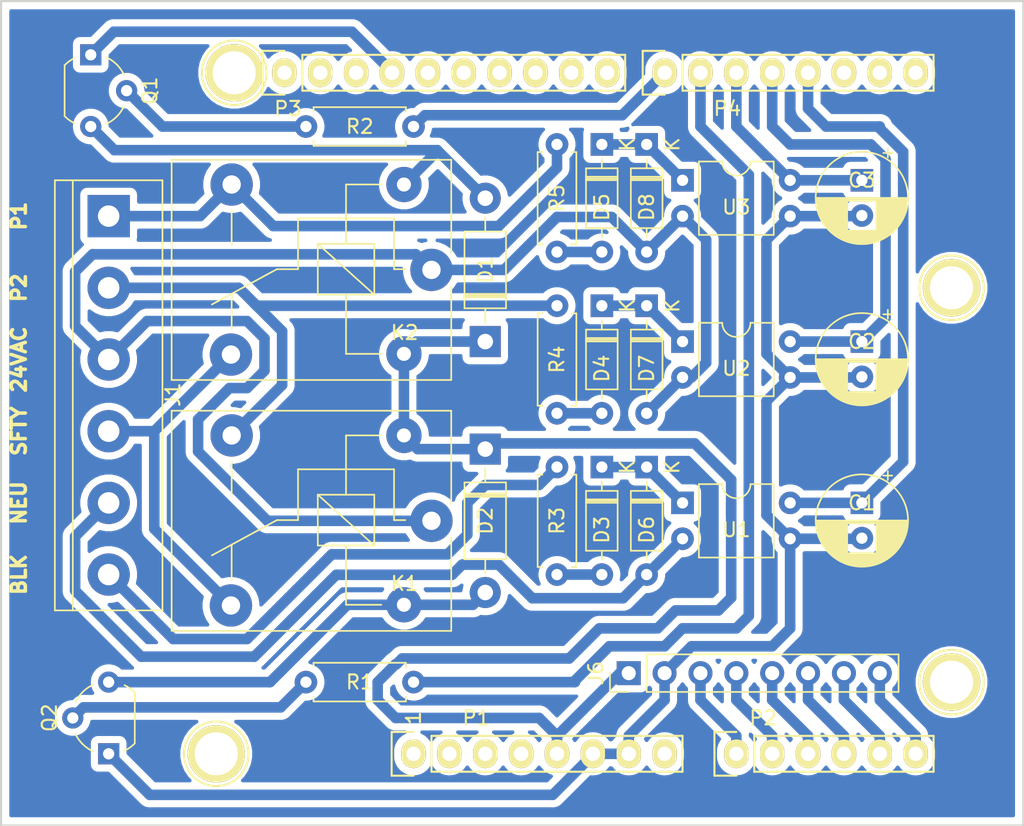
<source format=kicad_pcb>
(kicad_pcb (version 20171130) (host pcbnew 5.1.6-1.fc32)
  (title_block (date "lun. 30 mars 2015"))
  (layers (0 F.Cu signal hide) (31 B.Cu signal) (34 B.Paste user hide) (35 F.Paste user hide) (36 B.SilkS user hide) (37 F.SilkS user) (38 B.Mask user hide) (39 F.Mask user hide) (44 Edge.Cuts user))
  (net 0 "")
  (net 1 /IOREF)
  (net 2 +5V)
  (net 3 GND)
  (net 4 /Vin)
  (net 5 /A3)
  (net 6 /AREF)
  (net 7 "/A4(SDA)")
  (net 8 "/A5(SCL)")
  (net 9 "/9(**)")
  (net 10 /8)
  (net 11 /7)
  (net 12 "/6(**)")
  (net 13 "/5(**)")
  (net 14 /4)
  (net 15 "/3(**)")
  (net 16 /2)
  (net 17 "/1(Tx)")
  (net 18 "/0(Rx)")
  (net 19 "Net-(P5-Pad1)")
  (net 20 "Net-(P6-Pad1)")
  (net 21 "Net-(P7-Pad1)")
  (net 22 "Net-(P8-Pad1)")
  (net 23 "/13(SCK)")
  (net 24 "/10(**/SS)")
  (net 25 "Net-(P1-Pad1)")
  (net 26 +3V3)
  (net 27 "/12(MISO)")
  (net 28 "/11(**/MOSI)")
  (net 29 "Net-(D1-Pad2)")
  (net 30 "Net-(D2-Pad2)")
  (net 31 /24VAC)
  (net 32 /Price2)
  (net 33 /Price1)
  (net 34 /block)
  (net 35 "Net-(D3-Pad1)")
  (net 36 "Net-(D4-Pad1)")
  (net 37 "Net-(D5-Pad1)")
  (net 38 /24VACNeutral)
  (net 39 "Net-(Q1-Pad2)")
  (net 40 "Net-(Q2-Pad2)")
  (net 41 "Net-(P1-Pad3)")
  (net 42 "Net-(P3-Pad1)")
  (net 43 "Net-(P3-Pad2)")
  (net 44 /A0)
  (net 45 "Net-(D3-Pad2)")
  (net 46 "Net-(D4-Pad2)")
  (net 47 "Net-(D5-Pad2)")
  (net 48 /A1)
  (net 49 /A2)
  (net 50 /Safety)
  (module Relay_THT:Relay_SPDT_SANYOU_SRD_Series_Form_C (layer F.Cu) (at 140.208 89.535 180)
    (fp_text reference K2 (at 1.905 -4.445) (layer F.SilkS))
    (fp_text value SANYOU_SRD_Form_C)
    (pad 2 thru_hole circle (at 1.95 6.05 270) (size 2.5 2.5) (drill 1) (layers *.Cu *.Mask) (net 29 "Net-(D1-Pad2)"))
    (pad 3 thru_hole circle (at 14.15 6.05 270) (size 3 3) (drill 1.3) (layers *.Cu *.Mask) (net 33 /Price1))
    (pad 4 thru_hole circle (at 14.2 -6 270) (size 3 3) (drill 1.3) (layers *.Cu *.Mask) (net 50 /Safety))
    (pad 5 thru_hole circle (at 1.95 -5.95 270) (size 2.5 2.5) (drill 1) (layers *.Cu *.Mask) (net 2 +5V))
    (pad 1 thru_hole circle (at 0 0 270) (size 3 3) (drill 1.3) (layers *.Cu *.Mask) (net 31 /24VAC))
  )
  (module Diode_THT:D_DO-35_SOD27_P7.62mm_Horizontal (layer F.Cu) (at 155.448 80.645 270)
    (fp_text reference D8 (at 4.445 0 90) (layer F.SilkS))
    (fp_text value 1N4148)
    (fp_text user K (at 0 -1.8 90) (layer F.SilkS))
    (pad 2 thru_hole oval (at 7.62 0 270) (size 1.6 1.6) (drill 0.8) (layers *.Cu *.Mask) (net 31 /24VAC))
    (pad 1 thru_hole rect (at 0 0 270) (size 1.6 1.6) (drill 0.8) (layers *.Cu *.Mask) (net 37 "Net-(D5-Pad1)"))
  )
  (module Package_TO_SOT_THT:TO-92_Wide (layer F.Cu) (at 117.348 123.825 90)
    (fp_text reference Q2 (at 2.55 -4.19 90) (layer F.SilkS))
    (fp_text value 2N2219)
    (pad 1 thru_hole rect (at 0 0 180) (size 1.5 1.5) (drill 0.8) (layers *.Cu *.Mask) (net 3 GND))
    (pad 3 thru_hole circle (at 5.08 0 180) (size 1.5 1.5) (drill 0.8) (layers *.Cu *.Mask) (net 30 "Net-(D2-Pad2)"))
    (pad 2 thru_hole circle (at 2.54 -2.54 180) (size 1.5 1.5) (drill 0.8) (layers *.Cu *.Mask) (net 40 "Net-(Q2-Pad2)"))
  )
  (module Package_TO_SOT_THT:TO-92_Wide (layer F.Cu) (at 116.078 74.295 270)
    (fp_text reference Q1 (at 2.55 -4.19 90) (layer F.SilkS))
    (fp_text value 2N2219)
    (pad 1 thru_hole rect (at 0 0) (size 1.5 1.5) (drill 0.8) (layers *.Cu *.Mask) (net 3 GND))
    (pad 3 thru_hole circle (at 5.08 0) (size 1.5 1.5) (drill 0.8) (layers *.Cu *.Mask) (net 29 "Net-(D1-Pad2)"))
    (pad 2 thru_hole circle (at 2.54 -2.54) (size 1.5 1.5) (drill 0.8) (layers *.Cu *.Mask) (net 39 "Net-(Q1-Pad2)"))
  )
  (module Diode_THT:D_DO-35_SOD27_P7.62mm_Horizontal (layer F.Cu) (at 155.448 103.505 270)
    (fp_text reference D6 (at 4.445 0 90) (layer F.SilkS))
    (fp_text value 1N4148)
    (fp_text user K (at 0 -1.8 90) (layer F.SilkS))
    (pad 2 thru_hole oval (at 7.62 0 270) (size 1.6 1.6) (drill 0.8) (layers *.Cu *.Mask) (net 38 /24VACNeutral))
    (pad 1 thru_hole rect (at 0 0 270) (size 1.6 1.6) (drill 0.8) (layers *.Cu *.Mask) (net 35 "Net-(D3-Pad1)"))
  )
  (module Diode_THT:D_DO-35_SOD27_P7.62mm_Horizontal (layer F.Cu) (at 152.273 103.505 270)
    (fp_text reference D3 (at 4.445 0 90) (layer F.SilkS))
    (fp_text value 1N4148)
    (fp_text user K (at 0 -1.8 90) (layer F.SilkS))
    (pad 2 thru_hole oval (at 7.62 0 270) (size 1.6 1.6) (drill 0.8) (layers *.Cu *.Mask) (net 45 "Net-(D3-Pad2)"))
    (pad 1 thru_hole rect (at 0 0 270) (size 1.6 1.6) (drill 0.8) (layers *.Cu *.Mask) (net 35 "Net-(D3-Pad1)"))
  )
  (module Resistor_THT:R_Axial_DIN0207_L6.3mm_D2.5mm_P7.62mm_Horizontal (layer F.Cu) (at 149.098 88.265 90)
    (fp_text reference R5 (at 3.81 0 90) (layer F.SilkS))
    (fp_text value 10k)
    (pad 2 thru_hole oval (at 7.62 0 90) (size 1.6 1.6) (drill 0.8) (layers *.Cu *.Mask) (net 33 /Price1))
    (pad 1 thru_hole circle (at 0 0 90) (size 1.6 1.6) (drill 0.8) (layers *.Cu *.Mask) (net 47 "Net-(D5-Pad2)"))
  )
  (module Resistor_THT:R_Axial_DIN0207_L6.3mm_D2.5mm_P7.62mm_Horizontal (layer F.Cu) (at 149.098 99.695 90)
    (fp_text reference R4 (at 3.81 0 90) (layer F.SilkS))
    (fp_text value 10k)
    (pad 2 thru_hole oval (at 7.62 0 90) (size 1.6 1.6) (drill 0.8) (layers *.Cu *.Mask) (net 32 /Price2))
    (pad 1 thru_hole circle (at 0 0 90) (size 1.6 1.6) (drill 0.8) (layers *.Cu *.Mask) (net 46 "Net-(D4-Pad2)"))
  )
  (module Resistor_THT:R_Axial_DIN0207_L6.3mm_D2.5mm_P7.62mm_Horizontal (layer F.Cu) (at 149.098 111.125 90)
    (fp_text reference R3 (at 3.81 0 90) (layer F.SilkS))
    (fp_text value 10k)
    (pad 2 thru_hole oval (at 7.62 0 90) (size 1.6 1.6) (drill 0.8) (layers *.Cu *.Mask) (net 34 /block))
    (pad 1 thru_hole circle (at 0 0 90) (size 1.6 1.6) (drill 0.8) (layers *.Cu *.Mask) (net 45 "Net-(D3-Pad2)"))
  )
  (module Resistor_THT:R_Axial_DIN0207_L6.3mm_D2.5mm_P7.62mm_Horizontal (layer F.Cu) (at 138.938 79.375 180)
    (fp_text reference R2 (at 3.81 0) (layer F.SilkS))
    (fp_text value 10k)
    (pad 2 thru_hole oval (at 7.62 0 180) (size 1.6 1.6) (drill 0.8) (layers *.Cu *.Mask) (net 39 "Net-(Q1-Pad2)"))
    (pad 1 thru_hole circle (at 0 0 180) (size 1.6 1.6) (drill 0.8) (layers *.Cu *.Mask) (net 11 /7))
  )
  (module Resistor_THT:R_Axial_DIN0207_L6.3mm_D2.5mm_P7.62mm_Horizontal (layer F.Cu) (at 138.938 118.745 180)
    (fp_text reference R1 (at 3.81 0) (layer F.SilkS))
    (fp_text value 10k)
    (pad 2 thru_hole oval (at 7.62 0 180) (size 1.6 1.6) (drill 0.8) (layers *.Cu *.Mask) (net 40 "Net-(Q2-Pad2)"))
    (pad 1 thru_hole circle (at 0 0 180) (size 1.6 1.6) (drill 0.8) (layers *.Cu *.Mask) (net 12 "/6(**)"))
  )
  (module Diode_THT:D_DO-35_SOD27_P7.62mm_Horizontal (layer F.Cu) (at 155.448 92.075 270)
    (fp_text reference D7 (at 4.445 0 90) (layer F.SilkS))
    (fp_text value 1N4148)
    (fp_text user K (at 0 -1.8 90) (layer F.SilkS))
    (pad 2 thru_hole oval (at 7.62 0 270) (size 1.6 1.6) (drill 0.8) (layers *.Cu *.Mask) (net 31 /24VAC))
    (pad 1 thru_hole rect (at 0 0 270) (size 1.6 1.6) (drill 0.8) (layers *.Cu *.Mask) (net 36 "Net-(D4-Pad1)"))
  )
  (module Diode_THT:D_DO-35_SOD27_P7.62mm_Horizontal (layer F.Cu) (at 152.273 80.645 270)
    (fp_text reference D5 (at 4.445 0 90) (layer F.SilkS))
    (fp_text value 1N4148)
    (fp_text user K (at 0 -1.8 90) (layer F.SilkS))
    (pad 2 thru_hole oval (at 7.62 0 270) (size 1.6 1.6) (drill 0.8) (layers *.Cu *.Mask) (net 47 "Net-(D5-Pad2)"))
    (pad 1 thru_hole rect (at 0 0 270) (size 1.6 1.6) (drill 0.8) (layers *.Cu *.Mask) (net 37 "Net-(D5-Pad1)"))
  )
  (module Diode_THT:D_DO-35_SOD27_P7.62mm_Horizontal (layer F.Cu) (at 152.273 92.075 270)
    (fp_text reference D4 (at 4.445 0 90) (layer F.SilkS))
    (fp_text value 1N4148)
    (fp_text user K (at 0 -1.8 90) (layer F.SilkS))
    (pad 2 thru_hole oval (at 7.62 0 270) (size 1.6 1.6) (drill 0.8) (layers *.Cu *.Mask) (net 46 "Net-(D4-Pad2)"))
    (pad 1 thru_hole rect (at 0 0 270) (size 1.6 1.6) (drill 0.8) (layers *.Cu *.Mask) (net 36 "Net-(D4-Pad1)"))
  )
  (module TerminalBlock:TerminalBlock_bornier-6_P5.08mm (layer F.Cu) (at 117.348 85.725 270)
    (fp_text reference J1 (at 12.65 -4.55 90) (layer F.SilkS))
    (fp_text value Conn_01x06)
    (pad 6 thru_hole circle (at 25.4 0 270) (size 3 3) (drill 1.52) (layers *.Cu *.Mask) (net 34 /block))
    (pad 5 thru_hole circle (at 20.32 0 270) (size 3 3) (drill 1.52) (layers *.Cu *.Mask) (net 38 /24VACNeutral))
    (pad 4 thru_hole circle (at 15.24 0 270) (size 3 3) (drill 1.52) (layers *.Cu *.Mask) (net 50 /Safety))
    (pad 1 thru_hole rect (at 0 0 270) (size 3 3) (drill 1.52) (layers *.Cu *.Mask) (net 33 /Price1))
    (pad 3 thru_hole circle (at 10.16 0 270) (size 3 3) (drill 1.52) (layers *.Cu *.Mask) (net 31 /24VAC))
    (pad 2 thru_hole circle (at 5.08 0 270) (size 3 3) (drill 1.52) (layers *.Cu *.Mask) (net 32 /Price2))
  )
  (module Connector_PinHeader_2.54mm:PinHeader_1x08_P2.54mm_Vertical (layer F.Cu) (at 154.178 118.11 90)
    (fp_text reference J6 (at 0 -2.33 90) (layer F.SilkS))
    (fp_text value Conn_01x08)
    (pad 8 thru_hole oval (at 0 17.78 90) (size 1.7 1.7) (drill 1) (layers *.Cu *.Mask) (net 8 "/A5(SCL)"))
    (pad 7 thru_hole oval (at 0 15.24 90) (size 1.7 1.7) (drill 1) (layers *.Cu *.Mask) (net 7 "/A4(SDA)"))
    (pad 6 thru_hole oval (at 0 12.7 90) (size 1.7 1.7) (drill 1) (layers *.Cu *.Mask) (net 5 /A3))
    (pad 5 thru_hole oval (at 0 10.16 90) (size 1.7 1.7) (drill 1) (layers *.Cu *.Mask) (net 49 /A2))
    (pad 4 thru_hole oval (at 0 7.62 90) (size 1.7 1.7) (drill 1) (layers *.Cu *.Mask) (net 48 /A1))
    (pad 3 thru_hole oval (at 0 5.08 90) (size 1.7 1.7) (drill 1) (layers *.Cu *.Mask) (net 44 /A0))
    (pad 2 thru_hole oval (at 0 2.54 90) (size 1.7 1.7) (drill 1) (layers *.Cu *.Mask) (net 3 GND))
    (pad 1 thru_hole rect (at 0 0 90) (size 1.7 1.7) (drill 1) (layers *.Cu *.Mask) (net 2 +5V))
  )
  (module Capacitor_THT:CP_Radial_D6.3mm_P2.50mm (layer F.Cu) (at 170.688 83.185 270)
    (fp_text reference C3 (at 0 0 180) (layer F.SilkS))
    (fp_text value 4.7u)
    (pad 1 thru_hole rect (at 0 0 270) (size 1.6 1.6) (drill 0.8) (layers *.Cu *.Mask) (net 13 "/5(**)"))
    (pad 2 thru_hole circle (at 2.5 0 270) (size 1.6 1.6) (drill 0.8) (layers *.Cu *.Mask) (net 3 GND))
  )
  (module Capacitor_THT:CP_Radial_D6.3mm_P2.50mm (layer F.Cu) (at 170.688 94.615 270)
    (fp_text reference C2 (at 0 0 180) (layer F.SilkS))
    (fp_text value 4.7u)
    (pad 1 thru_hole rect (at 0 0 270) (size 1.6 1.6) (drill 0.8) (layers *.Cu *.Mask) (net 14 /4))
    (pad 2 thru_hole circle (at 2.5 0 270) (size 1.6 1.6) (drill 0.8) (layers *.Cu *.Mask) (net 3 GND))
  )
  (module Capacitor_THT:CP_Radial_D6.3mm_P2.50mm (layer F.Cu) (at 170.688 106.045 270)
    (fp_text reference C1 (at 0 0 180) (layer F.SilkS))
    (fp_text value 4.7u)
    (pad 1 thru_hole rect (at 0 0 270) (size 1.6 1.6) (drill 0.8) (layers *.Cu *.Mask) (net 15 "/3(**)"))
    (pad 2 thru_hole circle (at 2.5 0 270) (size 1.6 1.6) (drill 0.8) (layers *.Cu *.Mask) (net 3 GND))
  )
  (module Package_DIP:DIP-4_W7.62mm (layer F.Cu) (at 157.988 83.185)
    (fp_text reference U3 (at 3.81 1.905) (layer F.SilkS))
    (fp_text value PC817)
    (pad 1 thru_hole rect (at 0 0) (size 1.6 1.6) (drill 0.8) (layers *.Cu *.Mask) (net 37 "Net-(D5-Pad1)"))
    (pad 3 thru_hole oval (at 7.62 2.54) (size 1.6 1.6) (drill 0.8) (layers *.Cu *.Mask) (net 3 GND))
    (pad 2 thru_hole oval (at 0 2.54) (size 1.6 1.6) (drill 0.8) (layers *.Cu *.Mask) (net 31 /24VAC))
    (pad 4 thru_hole oval (at 7.62 0) (size 1.6 1.6) (drill 0.8) (layers *.Cu *.Mask) (net 13 "/5(**)"))
  )
  (module Package_DIP:DIP-4_W7.62mm (layer F.Cu) (at 157.988 94.615)
    (fp_text reference U2 (at 3.81 1.905) (layer F.SilkS))
    (fp_text value PC817)
    (pad 1 thru_hole rect (at 0 0) (size 1.6 1.6) (drill 0.8) (layers *.Cu *.Mask) (net 36 "Net-(D4-Pad1)"))
    (pad 3 thru_hole oval (at 7.62 2.54) (size 1.6 1.6) (drill 0.8) (layers *.Cu *.Mask) (net 3 GND))
    (pad 2 thru_hole oval (at 0 2.54) (size 1.6 1.6) (drill 0.8) (layers *.Cu *.Mask) (net 31 /24VAC))
    (pad 4 thru_hole oval (at 7.62 0) (size 1.6 1.6) (drill 0.8) (layers *.Cu *.Mask) (net 14 /4))
  )
  (module Package_DIP:DIP-4_W7.62mm (layer F.Cu) (at 157.988 106.045)
    (fp_text reference U1 (at 3.81 1.905) (layer F.SilkS))
    (fp_text value PC817)
    (pad 1 thru_hole rect (at 0 0) (size 1.6 1.6) (drill 0.8) (layers *.Cu *.Mask) (net 35 "Net-(D3-Pad1)"))
    (pad 3 thru_hole oval (at 7.62 2.54) (size 1.6 1.6) (drill 0.8) (layers *.Cu *.Mask) (net 3 GND))
    (pad 2 thru_hole oval (at 0 2.54) (size 1.6 1.6) (drill 0.8) (layers *.Cu *.Mask) (net 38 /24VACNeutral))
    (pad 4 thru_hole oval (at 7.62 0) (size 1.6 1.6) (drill 0.8) (layers *.Cu *.Mask) (net 15 "/3(**)"))
  )
  (module Diode_THT:D_DO-41_SOD81_P10.16mm_Horizontal (layer F.Cu) (at 144.018 102.235 270)
    (fp_text reference D2 (at 5.08 0 90) (layer F.SilkS))
    (fp_text value 1N4001)
    (pad 1 thru_hole rect (at 0 0 270) (size 2.2 2.2) (drill 1.1) (layers *.Cu *.Mask) (net 2 +5V))
    (pad 2 thru_hole oval (at 10.16 0 270) (size 2.2 2.2) (drill 1.1) (layers *.Cu *.Mask) (net 30 "Net-(D2-Pad2)"))
  )
  (module Diode_THT:D_DO-41_SOD81_P10.16mm_Horizontal (layer F.Cu) (at 144.018 94.615 90)
    (fp_text reference D1 (at 5.08 0 90) (layer F.SilkS))
    (fp_text value 1N4001)
    (pad 1 thru_hole rect (at 0 0 90) (size 2.2 2.2) (drill 1.1) (layers *.Cu *.Mask) (net 2 +5V))
    (pad 2 thru_hole oval (at 10.16 0 90) (size 2.2 2.2) (drill 1.1) (layers *.Cu *.Mask) (net 29 "Net-(D1-Pad2)"))
  )
  (module Relay_THT:Relay_SPDT_SANYOU_SRD_Series_Form_C (layer F.Cu) (at 140.208 107.315 180)
    (fp_text reference K1 (at 1.905 -4.445) (layer F.SilkS))
    (fp_text value SANYOU_SRD_Form_C)
    (pad 2 thru_hole circle (at 1.95 6.05 270) (size 2.5 2.5) (drill 1) (layers *.Cu *.Mask) (net 2 +5V))
    (pad 3 thru_hole circle (at 14.15 6.05 270) (size 3 3) (drill 1.3) (layers *.Cu *.Mask) (net 32 /Price2))
    (pad 4 thru_hole circle (at 14.2 -6 270) (size 3 3) (drill 1.3) (layers *.Cu *.Mask) (net 50 /Safety))
    (pad 5 thru_hole circle (at 1.95 -5.95 270) (size 2.5 2.5) (drill 1) (layers *.Cu *.Mask) (net 30 "Net-(D2-Pad2)"))
    (pad 1 thru_hole circle (at 0 0 270) (size 3 3) (drill 1.3) (layers *.Cu *.Mask) (net 31 /24VAC))
  )
  (module Socket_Arduino_Uno:Socket_Strip_Arduino_1x08 (layer F.Cu) (at 138.938 123.825)
    (fp_text reference P1 (at 4.445 -2.54) (layer F.SilkS))
    (fp_text value Power)
    (pad 1 thru_hole oval (at 0 0) (size 1.7272 2.032) (drill 1.016) (layers *.Cu *.Mask F.SilkS) (net 25 "Net-(P1-Pad1)"))
    (pad 2 thru_hole oval (at 2.54 0) (size 1.7272 2.032) (drill 1.016) (layers *.Cu *.Mask F.SilkS) (net 1 /IOREF))
    (pad 3 thru_hole oval (at 5.08 0) (size 1.7272 2.032) (drill 1.016) (layers *.Cu *.Mask F.SilkS) (net 41 "Net-(P1-Pad3)"))
    (pad 4 thru_hole oval (at 7.62 0) (size 1.7272 2.032) (drill 1.016) (layers *.Cu *.Mask F.SilkS) (net 26 +3V3))
    (pad 5 thru_hole oval (at 10.16 0) (size 1.7272 2.032) (drill 1.016) (layers *.Cu *.Mask F.SilkS) (net 2 +5V))
    (pad 6 thru_hole oval (at 12.7 0) (size 1.7272 2.032) (drill 1.016) (layers *.Cu *.Mask F.SilkS) (net 3 GND))
    (pad 7 thru_hole oval (at 15.24 0) (size 1.7272 2.032) (drill 1.016) (layers *.Cu *.Mask F.SilkS) (net 3 GND))
    (pad 8 thru_hole oval (at 17.78 0) (size 1.7272 2.032) (drill 1.016) (layers *.Cu *.Mask F.SilkS) (net 4 /Vin))
  )
  (module Socket_Arduino_Uno:Socket_Strip_Arduino_1x06 (layer F.Cu) (at 161.798 123.825)
    (fp_text reference P2 (at 1.905 -2.54) (layer F.SilkS))
    (fp_text value Analog)
    (pad 1 thru_hole oval (at 0 0) (size 1.7272 2.032) (drill 1.016) (layers *.Cu *.Mask F.SilkS) (net 44 /A0))
    (pad 2 thru_hole oval (at 2.54 0) (size 1.7272 2.032) (drill 1.016) (layers *.Cu *.Mask F.SilkS) (net 48 /A1))
    (pad 3 thru_hole oval (at 5.08 0) (size 1.7272 2.032) (drill 1.016) (layers *.Cu *.Mask F.SilkS) (net 49 /A2))
    (pad 4 thru_hole oval (at 7.62 0) (size 1.7272 2.032) (drill 1.016) (layers *.Cu *.Mask F.SilkS) (net 5 /A3))
    (pad 5 thru_hole oval (at 10.16 0) (size 1.7272 2.032) (drill 1.016) (layers *.Cu *.Mask F.SilkS) (net 7 "/A4(SDA)"))
    (pad 6 thru_hole oval (at 12.7 0) (size 1.7272 2.032) (drill 1.016) (layers *.Cu *.Mask F.SilkS) (net 8 "/A5(SCL)"))
  )
  (module Socket_Arduino_Uno:Socket_Strip_Arduino_1x10 (layer F.Cu) (at 129.794 75.565)
    (fp_text reference P3 (at 0.254 2.54) (layer F.SilkS))
    (fp_text value Digital)
    (pad 1 thru_hole oval (at 0 0) (size 1.7272 2.032) (drill 1.016) (layers *.Cu *.Mask F.SilkS) (net 42 "Net-(P3-Pad1)"))
    (pad 2 thru_hole oval (at 2.54 0) (size 1.7272 2.032) (drill 1.016) (layers *.Cu *.Mask F.SilkS) (net 43 "Net-(P3-Pad2)"))
    (pad 3 thru_hole oval (at 5.08 0) (size 1.7272 2.032) (drill 1.016) (layers *.Cu *.Mask F.SilkS) (net 6 /AREF))
    (pad 4 thru_hole oval (at 7.62 0) (size 1.7272 2.032) (drill 1.016) (layers *.Cu *.Mask F.SilkS) (net 3 GND))
    (pad 5 thru_hole oval (at 10.16 0) (size 1.7272 2.032) (drill 1.016) (layers *.Cu *.Mask F.SilkS) (net 23 "/13(SCK)"))
    (pad 6 thru_hole oval (at 12.7 0) (size 1.7272 2.032) (drill 1.016) (layers *.Cu *.Mask F.SilkS) (net 27 "/12(MISO)"))
    (pad 7 thru_hole oval (at 15.24 0) (size 1.7272 2.032) (drill 1.016) (layers *.Cu *.Mask F.SilkS) (net 28 "/11(**/MOSI)"))
    (pad 8 thru_hole oval (at 17.78 0) (size 1.7272 2.032) (drill 1.016) (layers *.Cu *.Mask F.SilkS) (net 24 "/10(**/SS)"))
    (pad 9 thru_hole oval (at 20.32 0) (size 1.7272 2.032) (drill 1.016) (layers *.Cu *.Mask F.SilkS) (net 9 "/9(**)"))
    (pad 10 thru_hole oval (at 22.86 0) (size 1.7272 2.032) (drill 1.016) (layers *.Cu *.Mask F.SilkS) (net 10 /8))
  )
  (module Socket_Arduino_Uno:Socket_Strip_Arduino_1x08 (layer F.Cu) (at 156.718 75.565)
    (fp_text reference P4 (at 4.445 2.54) (layer F.SilkS))
    (fp_text value Digital)
    (pad 1 thru_hole oval (at 0 0) (size 1.7272 2.032) (drill 1.016) (layers *.Cu *.Mask F.SilkS) (net 11 /7))
    (pad 2 thru_hole oval (at 2.54 0) (size 1.7272 2.032) (drill 1.016) (layers *.Cu *.Mask F.SilkS) (net 12 "/6(**)"))
    (pad 3 thru_hole oval (at 5.08 0) (size 1.7272 2.032) (drill 1.016) (layers *.Cu *.Mask F.SilkS) (net 13 "/5(**)"))
    (pad 4 thru_hole oval (at 7.62 0) (size 1.7272 2.032) (drill 1.016) (layers *.Cu *.Mask F.SilkS) (net 14 /4))
    (pad 5 thru_hole oval (at 10.16 0) (size 1.7272 2.032) (drill 1.016) (layers *.Cu *.Mask F.SilkS) (net 15 "/3(**)"))
    (pad 6 thru_hole oval (at 12.7 0) (size 1.7272 2.032) (drill 1.016) (layers *.Cu *.Mask F.SilkS) (net 16 /2))
    (pad 7 thru_hole oval (at 15.24 0) (size 1.7272 2.032) (drill 1.016) (layers *.Cu *.Mask F.SilkS) (net 17 "/1(Tx)"))
    (pad 8 thru_hole oval (at 17.78 0) (size 1.7272 2.032) (drill 1.016) (layers *.Cu *.Mask F.SilkS) (net 18 "/0(Rx)"))
  )
  (module Socket_Arduino_Uno:Arduino_1pin (layer F.Cu) (at 124.968 123.825)
    (fp_text reference P5 hide)
    (fp_text value CONN_01X01 hide)
    (pad 1 thru_hole circle (at 0 0) (size 4.064 4.064) (drill 3.048) (layers *.Cu *.Mask F.SilkS) (net 19 "Net-(P5-Pad1)"))
  )
  (module Socket_Arduino_Uno:Arduino_1pin (layer F.Cu) (at 177.038 118.745)
    (fp_text reference P6 hide)
    (fp_text value CONN_01X01 hide)
    (pad 1 thru_hole circle (at 0 0) (size 4.064 4.064) (drill 3.048) (layers *.Cu *.Mask F.SilkS) (net 20 "Net-(P6-Pad1)"))
  )
  (module Socket_Arduino_Uno:Arduino_1pin (layer F.Cu) (at 126.238 75.565)
    (fp_text reference P7 hide)
    (fp_text value CONN_01X01 hide)
    (pad 1 thru_hole circle (at 0 0) (size 4.064 4.064) (drill 3.048) (layers *.Cu *.Mask F.SilkS) (net 21 "Net-(P7-Pad1)"))
  )
  (module Socket_Arduino_Uno:Arduino_1pin (layer F.Cu) (at 177.038 90.805)
    (fp_text reference P8 hide)
    (fp_text value CONN_01X01 hide)
    (pad 1 thru_hole circle (at 0 0) (size 4.064 4.064) (drill 3.048) (layers *.Cu *.Mask F.SilkS) (net 22 "Net-(P8-Pad1)"))
  )
  (gr_text SFTY (at 110.998 100.965 90) (layer F.SilkS) (effects (font (size 1 1) (thickness 0.25))))
  (gr_text NEU (at 110.998 106.045 90) (layer F.SilkS) (effects (font (size 1 1) (thickness 0.25))))
  (gr_text BLK (at 110.998 111.125 90) (layer F.SilkS) (effects (font (size 1 1) (thickness 0.25))))
  (gr_text P2 (at 110.998 90.805 90) (layer F.SilkS) (effects (font (size 1 1) (thickness 0.25))))
  (gr_text 24VAC (at 110.998 95.885 90) (layer F.SilkS) (effects (font (size 1 1) (thickness 0.25))))
  (gr_text P1 (at 110.998 85.725 90) (layer F.SilkS) (effects (font (size 1 1) (thickness 0.25))))
  (gr_text 1 (at 138.938 121.285 90) (layer F.SilkS) (effects (font (size 1 1))))
  (gr_line (start 182.118 128.905) (end 182.118 70.485) (angle 90) (layer Edge.Cuts) (width 0.15))
  (gr_line (start 109.728 128.905) (end 182.118 128.905) (angle 90) (layer Edge.Cuts) (width 0.15))
  (gr_line (start 109.728 70.485) (end 109.728 128.905) (angle 90) (layer Edge.Cuts) (width 0.15))
  (gr_line (start 182.118 70.485) (end 109.728 70.485) (angle 90) (layer Edge.Cuts) (width 0.15))
  (segment (start 153.543 118.11) (end 154.178 118.11) (width 0.75) (layer B.Cu) (net 2))
  (segment (start 149.098 122.555) (end 153.543 118.11) (width 0.75) (layer B.Cu) (net 2))
  (segment (start 139.128 94.615) (end 138.258 95.485) (width 0.75) (layer B.Cu) (net 2))
  (segment (start 144.018 94.615) (end 139.128 94.615) (width 0.75) (layer B.Cu) (net 2))
  (segment (start 139.228 102.235) (end 138.258 101.265) (width 0.75) (layer B.Cu) (net 2))
  (segment (start 144.018 102.235) (end 139.228 102.235) (width 0.75) (layer B.Cu) (net 2))
  (segment (start 138.258 95.485) (end 138.258 101.265) (width 0.75) (layer B.Cu) (net 2))
  (segment (start 149.098 122.555) (end 149.098 123.825) (width 0.75) (layer B.Cu) (net 2))
  (segment (start 137.668 121.285) (end 136.398 120.015) (width 0.75) (layer B.Cu) (net 2))
  (segment (start 147.828 121.285) (end 137.668 121.285) (width 0.75) (layer B.Cu) (net 2))
  (segment (start 149.098 122.555) (end 147.828 121.285) (width 0.75) (layer B.Cu) (net 2))
  (segment (start 136.398 120.015) (end 136.398 118.745) (width 0.75) (layer B.Cu) (net 2))
  (segment (start 136.398 118.745) (end 137.668 117.475) (width 0.75) (layer B.Cu) (net 2))
  (segment (start 138.133999 117.069999) (end 149.962999 117.069999) (width 0.75) (layer B.Cu) (net 2))
  (segment (start 137.728998 117.475) (end 138.133999 117.069999) (width 0.75) (layer B.Cu) (net 2))
  (segment (start 137.668 117.475) (end 137.728998 117.475) (width 0.75) (layer B.Cu) (net 2))
  (segment (start 149.962999 117.069999) (end 152.097998 114.935) (width 0.75) (layer B.Cu) (net 2))
  (segment (start 152.097998 114.935) (end 155.448 114.935) (width 0.75) (layer B.Cu) (net 2))
  (segment (start 156.22022 114.935) (end 157.49022 113.665) (width 0.75) (layer B.Cu) (net 2))
  (segment (start 155.448 114.935) (end 156.22022 114.935) (width 0.75) (layer B.Cu) (net 2))
  (segment (start 157.49022 113.665) (end 160.528 113.665) (width 0.75) (layer B.Cu) (net 2))
  (segment (start 160.528 113.665) (end 161.432979 112.760021) (width 0.75) (layer B.Cu) (net 2))
  (segment (start 158.852999 101.829999) (end 161.432979 104.409979) (width 0.75) (layer B.Cu) (net 2))
  (segment (start 144.018 102.235) (end 144.423001 101.829999) (width 0.75) (layer B.Cu) (net 2))
  (segment (start 144.423001 101.829999) (end 158.852999 101.829999) (width 0.75) (layer B.Cu) (net 2))
  (segment (start 161.432979 106.949979) (end 161.432979 106.045) (width 0.75) (layer B.Cu) (net 2))
  (segment (start 161.432979 104.409979) (end 161.432979 106.949979) (width 0.75) (layer B.Cu) (net 2))
  (segment (start 161.432979 112.760021) (end 161.432979 106.949979) (width 0.75) (layer B.Cu) (net 2))
  (segment (start 151.638 123.825) (end 154.178 123.825) (width 0.75) (layer B.Cu) (net 3))
  (segment (start 154.178 123.825) (end 154.178 122.555) (width 0.75) (layer B.Cu) (net 3))
  (segment (start 154.178 122.555) (end 156.718 120.015) (width 0.75) (layer B.Cu) (net 3))
  (segment (start 156.718 120.015) (end 156.718 118.11) (width 0.75) (layer B.Cu) (net 3))
  (segment (start 151.638 123.896165) (end 151.638 123.825) (width 0.75) (layer B.Cu) (net 3))
  (segment (start 156.718 118.11) (end 158.623 116.205) (width 0.75) (layer B.Cu) (net 3))
  (segment (start 158.623 116.205) (end 164.338 116.205) (width 0.75) (layer B.Cu) (net 3))
  (segment (start 165.608 114.935) (end 165.608 108.585) (width 0.75) (layer B.Cu) (net 3))
  (segment (start 164.338 116.205) (end 165.608 114.935) (width 0.75) (layer B.Cu) (net 3))
  (segment (start 170.648 108.585) (end 170.688 108.545) (width 0.75) (layer B.Cu) (net 3))
  (segment (start 165.608 108.585) (end 170.648 108.585) (width 0.75) (layer B.Cu) (net 3))
  (segment (start 170.648 97.155) (end 170.688 97.115) (width 0.75) (layer B.Cu) (net 3))
  (segment (start 165.608 97.155) (end 170.648 97.155) (width 0.75) (layer B.Cu) (net 3))
  (segment (start 170.648 85.725) (end 170.688 85.685) (width 0.75) (layer B.Cu) (net 3))
  (segment (start 165.608 85.725) (end 170.648 85.725) (width 0.75) (layer B.Cu) (net 3))
  (segment (start 163.932999 98.830001) (end 165.608 97.155) (width 0.75) (layer B.Cu) (net 3))
  (segment (start 163.932999 106.909999) (end 163.932999 98.830001) (width 0.75) (layer B.Cu) (net 3))
  (segment (start 165.608 108.585) (end 163.932999 106.909999) (width 0.75) (layer B.Cu) (net 3))
  (segment (start 163.932999 95.479999) (end 165.608 97.155) (width 0.75) (layer B.Cu) (net 3))
  (segment (start 163.932999 87.400001) (end 163.932999 95.479999) (width 0.75) (layer B.Cu) (net 3))
  (segment (start 165.608 85.725) (end 163.932999 87.400001) (width 0.75) (layer B.Cu) (net 3))
  (segment (start 148.802164 126.732001) (end 151.638 123.896165) (width 0.75) (layer B.Cu) (net 3))
  (segment (start 120.255001 126.732001) (end 148.802164 126.732001) (width 0.75) (layer B.Cu) (net 3))
  (segment (start 117.348 123.825) (end 120.255001 126.732001) (width 0.75) (layer B.Cu) (net 3))
  (segment (start 137.414 75.493835) (end 137.414 75.565) (width 0.75) (layer B.Cu) (net 3))
  (segment (start 134.578164 72.657999) (end 137.414 75.493835) (width 0.75) (layer B.Cu) (net 3))
  (segment (start 117.715001 72.657999) (end 134.578164 72.657999) (width 0.75) (layer B.Cu) (net 3))
  (segment (start 116.078 74.295) (end 117.715001 72.657999) (width 0.75) (layer B.Cu) (net 3))
  (segment (start 166.878 118.11) (end 166.878 120.015) (width 0.75) (layer B.Cu) (net 5))
  (segment (start 169.418 122.555) (end 169.418 123.825) (width 0.75) (layer B.Cu) (net 5))
  (segment (start 166.878 120.015) (end 169.418 122.555) (width 0.75) (layer B.Cu) (net 5))
  (segment (start 169.418 118.11) (end 169.418 120.015) (width 0.75) (layer B.Cu) (net 7))
  (segment (start 171.958 122.555) (end 171.958 123.825) (width 0.75) (layer B.Cu) (net 7))
  (segment (start 169.418 120.015) (end 171.958 122.555) (width 0.75) (layer B.Cu) (net 7))
  (segment (start 171.958 118.11) (end 171.958 120.015) (width 0.75) (layer B.Cu) (net 8))
  (segment (start 174.498 122.555) (end 174.498 123.825) (width 0.75) (layer B.Cu) (net 8))
  (segment (start 171.958 120.015) (end 174.498 122.555) (width 0.75) (layer B.Cu) (net 8))
  (segment (start 153.707999 78.575001) (end 156.718 75.565) (width 0.75) (layer B.Cu) (net 11))
  (segment (start 139.737999 78.575001) (end 153.707999 78.575001) (width 0.75) (layer B.Cu) (net 11))
  (segment (start 138.938 79.375) (end 139.737999 78.575001) (width 0.75) (layer B.Cu) (net 11))
  (segment (start 150.368 118.745) (end 138.938 118.745) (width 0.75) (layer B.Cu) (net 12))
  (segment (start 152.807998 116.205) (end 150.368 118.644998) (width 0.75) (layer B.Cu) (net 12))
  (segment (start 156.718 116.205) (end 152.807998 116.205) (width 0.75) (layer B.Cu) (net 12))
  (segment (start 161.798 114.935) (end 157.988 114.935) (width 0.75) (layer B.Cu) (net 12))
  (segment (start 162.682989 114.050011) (end 161.798 114.935) (width 0.75) (layer B.Cu) (net 12))
  (segment (start 162.682989 82.799989) (end 162.682989 114.050011) (width 0.75) (layer B.Cu) (net 12))
  (segment (start 159.258 79.375) (end 162.682989 82.799989) (width 0.75) (layer B.Cu) (net 12))
  (segment (start 150.368 118.644998) (end 150.368 118.745) (width 0.75) (layer B.Cu) (net 12))
  (segment (start 157.988 114.935) (end 156.718 116.205) (width 0.75) (layer B.Cu) (net 12))
  (segment (start 159.258 75.565) (end 159.258 79.375) (width 0.75) (layer B.Cu) (net 12))
  (segment (start 165.608 83.185) (end 170.688 83.185) (width 0.75) (layer B.Cu) (net 13))
  (segment (start 161.798 79.375) (end 165.608 83.185) (width 0.75) (layer B.Cu) (net 13))
  (segment (start 161.798 75.565) (end 161.798 79.375) (width 0.75) (layer B.Cu) (net 13))
  (segment (start 165.608 94.615) (end 170.688 94.615) (width 0.75) (layer B.Cu) (net 14))
  (segment (start 172.363001 81.684999) (end 172.363001 92.939999) (width 0.75) (layer B.Cu) (net 14))
  (segment (start 171.323002 80.645) (end 172.363001 81.684999) (width 0.75) (layer B.Cu) (net 14))
  (segment (start 165.608 80.645) (end 171.323002 80.645) (width 0.75) (layer B.Cu) (net 14))
  (segment (start 172.363001 92.939999) (end 170.688 94.615) (width 0.75) (layer B.Cu) (net 14))
  (segment (start 164.338 79.375) (end 165.608 80.645) (width 0.75) (layer B.Cu) (net 14))
  (segment (start 164.338 75.565) (end 164.338 79.375) (width 0.75) (layer B.Cu) (net 14))
  (segment (start 165.608 106.045) (end 170.688 106.045) (width 0.75) (layer B.Cu) (net 15))
  (segment (start 166.878 75.565) (end 166.878 78.105) (width 0.75) (layer B.Cu) (net 15))
  (segment (start 166.878 78.105) (end 168.148 79.375) (width 0.75) (layer B.Cu) (net 15))
  (segment (start 168.148 79.375) (end 171.958 79.375) (width 0.75) (layer B.Cu) (net 15))
  (segment (start 171.958 79.512217) (end 173.613011 81.167228) (width 0.75) (layer B.Cu) (net 15))
  (segment (start 171.958 79.375) (end 171.958 79.512217) (width 0.75) (layer B.Cu) (net 15))
  (segment (start 173.613011 103.119989) (end 170.688 106.045) (width 0.75) (layer B.Cu) (net 15))
  (segment (start 173.613011 81.167228) (end 173.613011 103.119989) (width 0.75) (layer B.Cu) (net 15))
  (segment (start 140.613001 81.050001) (end 144.018 84.455) (width 0.75) (layer B.Cu) (net 29))
  (segment (start 117.753001 81.050001) (end 140.613001 81.050001) (width 0.75) (layer B.Cu) (net 29))
  (segment (start 116.078 79.375) (end 117.753001 81.050001) (width 0.75) (layer B.Cu) (net 29))
  (segment (start 140.613001 81.129999) (end 140.613001 81.050001) (width 0.75) (layer B.Cu) (net 29))
  (segment (start 138.258 83.485) (end 140.613001 81.129999) (width 0.75) (layer B.Cu) (net 29))
  (segment (start 143.148 113.265) (end 144.018 112.395) (width 0.75) (layer B.Cu) (net 30))
  (segment (start 138.258 113.265) (end 143.148 113.265) (width 0.75) (layer B.Cu) (net 30))
  (segment (start 117.348 118.745) (end 128.778 118.745) (width 0.75) (layer B.Cu) (net 30))
  (segment (start 134.258 113.265) (end 138.258 113.265) (width 0.75) (layer B.Cu) (net 30))
  (segment (start 128.778 118.745) (end 134.258 113.265) (width 0.75) (layer B.Cu) (net 30))
  (segment (start 155.448 99.695) (end 157.988 97.155) (width 0.75) (layer B.Cu) (net 31))
  (segment (start 155.448 88.265) (end 157.988 85.725) (width 0.75) (layer B.Cu) (net 31))
  (segment (start 159.663001 87.400001) (end 157.988 85.725) (width 0.75) (layer B.Cu) (net 31))
  (segment (start 159.663001 96.115001) (end 159.663001 87.400001) (width 0.75) (layer B.Cu) (net 31))
  (segment (start 158.623002 97.155) (end 159.663001 96.115001) (width 0.75) (layer B.Cu) (net 31))
  (segment (start 157.988 97.155) (end 158.623002 97.155) (width 0.75) (layer B.Cu) (net 31))
  (segment (start 145.348998 89.535) (end 149.098 85.785998) (width 0.75) (layer B.Cu) (net 31))
  (segment (start 140.208 89.535) (end 145.348998 89.535) (width 0.75) (layer B.Cu) (net 31))
  (segment (start 152.968998 85.785998) (end 155.448 88.265) (width 0.75) (layer B.Cu) (net 31))
  (segment (start 149.098 85.785998) (end 152.968998 85.785998) (width 0.75) (layer B.Cu) (net 31))
  (segment (start 139.102999 88.429999) (end 140.208 89.535) (width 0.75) (layer B.Cu) (net 31))
  (segment (start 116.207999 88.429999) (end 139.102999 88.429999) (width 0.75) (layer B.Cu) (net 31))
  (segment (start 114.972999 89.664999) (end 116.207999 88.429999) (width 0.75) (layer B.Cu) (net 31))
  (segment (start 114.972999 93.509999) (end 114.972999 89.664999) (width 0.75) (layer B.Cu) (net 31))
  (segment (start 117.348 95.885) (end 114.972999 93.509999) (width 0.75) (layer B.Cu) (net 31))
  (segment (start 120.073001 93.159999) (end 117.348 95.885) (width 0.75) (layer B.Cu) (net 31))
  (segment (start 127.148001 93.159999) (end 120.073001 93.159999) (width 0.75) (layer B.Cu) (net 31))
  (segment (start 128.383001 94.394999) (end 127.148001 93.159999) (width 0.75) (layer B.Cu) (net 31))
  (segment (start 128.383001 96.675001) (end 128.383001 94.394999) (width 0.75) (layer B.Cu) (net 31))
  (segment (start 127.148001 97.910001) (end 128.383001 96.675001) (width 0.75) (layer B.Cu) (net 31))
  (segment (start 125.897997 97.910001) (end 127.148001 97.910001) (width 0.75) (layer B.Cu) (net 31))
  (segment (start 123.682999 100.124999) (end 125.897997 97.910001) (width 0.75) (layer B.Cu) (net 31))
  (segment (start 123.682999 102.405001) (end 123.682999 100.124999) (width 0.75) (layer B.Cu) (net 31))
  (segment (start 128.592998 107.315) (end 123.682999 102.405001) (width 0.75) (layer B.Cu) (net 31))
  (segment (start 140.208 107.315) (end 128.592998 107.315) (width 0.75) (layer B.Cu) (net 31))
  (segment (start 129.633011 97.689989) (end 126.058 101.265) (width 0.75) (layer B.Cu) (net 32))
  (segment (start 129.633011 93.877229) (end 129.633011 97.689989) (width 0.75) (layer B.Cu) (net 32))
  (segment (start 117.348 90.805) (end 126.560782 90.805) (width 0.75) (layer B.Cu) (net 32))
  (segment (start 127.830782 92.075) (end 127.669391 91.913609) (width 0.75) (layer B.Cu) (net 32))
  (segment (start 149.098 92.075) (end 127.830782 92.075) (width 0.75) (layer B.Cu) (net 32))
  (segment (start 127.669391 91.913609) (end 129.633011 93.877229) (width 0.75) (layer B.Cu) (net 32))
  (segment (start 126.560782 90.805) (end 127.669391 91.913609) (width 0.75) (layer B.Cu) (net 32))
  (segment (start 123.818 85.725) (end 126.058 83.485) (width 0.75) (layer B.Cu) (net 33))
  (segment (start 117.348 85.725) (end 123.818 85.725) (width 0.75) (layer B.Cu) (net 33))
  (segment (start 149.098 82.298002) (end 149.098 80.645) (width 0.75) (layer B.Cu) (net 33))
  (segment (start 144.966001 86.430001) (end 149.098 82.298002) (width 0.75) (layer B.Cu) (net 33))
  (segment (start 129.003001 86.430001) (end 144.966001 86.430001) (width 0.75) (layer B.Cu) (net 33))
  (segment (start 126.058 83.485) (end 129.003001 86.430001) (width 0.75) (layer B.Cu) (net 33))
  (segment (start 127.148001 115.690001) (end 121.913001 115.690001) (width 0.75) (layer B.Cu) (net 34))
  (segment (start 121.913001 115.690001) (end 117.348 111.125) (width 0.75) (layer B.Cu) (net 34))
  (segment (start 133.148001 109.690001) (end 127.148001 115.690001) (width 0.75) (layer B.Cu) (net 34))
  (segment (start 141.348001 109.690001) (end 142.748 108.290002) (width 0.75) (layer B.Cu) (net 34))
  (segment (start 133.148001 109.690001) (end 141.348001 109.690001) (width 0.75) (layer B.Cu) (net 34))
  (segment (start 142.748 108.290002) (end 142.748 106.045) (width 0.75) (layer B.Cu) (net 34))
  (segment (start 142.748 106.045) (end 144.018 104.775) (width 0.75) (layer B.Cu) (net 34))
  (segment (start 147.828 104.775) (end 149.098 103.505) (width 0.75) (layer B.Cu) (net 34))
  (segment (start 144.018 104.775) (end 147.828 104.775) (width 0.75) (layer B.Cu) (net 34))
  (segment (start 157.988 106.045) (end 155.448 103.505) (width 0.75) (layer B.Cu) (net 35))
  (segment (start 155.448 103.505) (end 152.273 103.505) (width 0.75) (layer B.Cu) (net 35))
  (segment (start 157.988 94.615) (end 155.448 92.075) (width 0.75) (layer B.Cu) (net 36))
  (segment (start 152.273 92.075) (end 155.448 92.075) (width 0.75) (layer B.Cu) (net 36))
  (segment (start 152.273 80.645) (end 155.448 80.645) (width 0.75) (layer B.Cu) (net 37))
  (segment (start 155.448 80.645) (end 157.988 83.185) (width 0.75) (layer B.Cu) (net 37))
  (segment (start 157.988 108.585) (end 155.448 111.125) (width 0.75) (layer B.Cu) (net 38))
  (segment (start 114.972999 112.265001) (end 114.972999 108.420001) (width 0.75) (layer B.Cu) (net 38))
  (segment (start 114.972999 108.420001) (end 117.348 106.045) (width 0.75) (layer B.Cu) (net 38))
  (segment (start 119.648009 116.940011) (end 114.972999 112.265001) (width 0.75) (layer B.Cu) (net 38))
  (segment (start 127.665772 116.940011) (end 119.648009 116.940011) (width 0.75) (layer B.Cu) (net 38))
  (segment (start 133.465783 111.139999) (end 127.665772 116.940011) (width 0.75) (layer B.Cu) (net 38))
  (segment (start 141.665784 111.139999) (end 133.465783 111.139999) (width 0.75) (layer B.Cu) (net 38))
  (segment (start 142.385784 110.419999) (end 141.665784 111.139999) (width 0.75) (layer B.Cu) (net 38))
  (segment (start 144.966001 110.419999) (end 142.385784 110.419999) (width 0.75) (layer B.Cu) (net 38))
  (segment (start 147.346003 112.800001) (end 144.966001 110.419999) (width 0.75) (layer B.Cu) (net 38))
  (segment (start 153.772999 112.800001) (end 147.346003 112.800001) (width 0.75) (layer B.Cu) (net 38))
  (segment (start 155.448 111.125) (end 153.772999 112.800001) (width 0.75) (layer B.Cu) (net 38))
  (segment (start 121.158 79.375) (end 131.318 79.375) (width 0.75) (layer B.Cu) (net 39))
  (segment (start 118.618 76.835) (end 121.158 79.375) (width 0.75) (layer B.Cu) (net 39))
  (segment (start 129.527999 120.535001) (end 131.318 118.745) (width 0.75) (layer B.Cu) (net 40))
  (segment (start 115.557999 120.535001) (end 129.527999 120.535001) (width 0.75) (layer B.Cu) (net 40))
  (segment (start 114.808 121.285) (end 115.557999 120.535001) (width 0.75) (layer B.Cu) (net 40))
  (segment (start 159.258 118.11) (end 159.258 120.015) (width 0.75) (layer B.Cu) (net 44))
  (segment (start 159.258 120.015) (end 161.798 122.555) (width 0.75) (layer B.Cu) (net 44))
  (segment (start 161.798 122.555) (end 161.798 123.825) (width 0.75) (layer B.Cu) (net 44))
  (segment (start 152.273 111.125) (end 149.098 111.125) (width 0.75) (layer B.Cu) (net 45))
  (segment (start 152.273 99.695) (end 149.098 99.695) (width 0.75) (layer B.Cu) (net 46))
  (segment (start 149.098 88.265) (end 152.273 88.265) (width 0.75) (layer B.Cu) (net 47))
  (segment (start 161.798 118.11) (end 161.798 120.015) (width 0.75) (layer B.Cu) (net 48))
  (segment (start 164.338 122.555) (end 164.338 123.825) (width 0.75) (layer B.Cu) (net 48))
  (segment (start 161.798 120.015) (end 164.338 122.555) (width 0.75) (layer B.Cu) (net 48))
  (segment (start 164.338 118.11) (end 164.338 120.015) (width 0.75) (layer B.Cu) (net 49))
  (segment (start 166.878 122.555) (end 166.878 123.825) (width 0.75) (layer B.Cu) (net 49))
  (segment (start 164.338 120.015) (end 166.878 122.555) (width 0.75) (layer B.Cu) (net 49))
  (segment (start 126.008 95.535) (end 123.682999 97.860001) (width 0.75) (layer B.Cu) (net 50))
  (segment (start 120.578 100.965) (end 126.008 95.535) (width 0.75) (layer B.Cu) (net 50))
  (segment (start 117.348 100.965) (end 120.578 100.965) (width 0.75) (layer B.Cu) (net 50))
  (segment (start 120.578 107.885) (end 126.008 113.315) (width 0.75) (layer B.Cu) (net 50))
  (segment (start 120.578 100.965) (end 120.578 107.885) (width 0.75) (layer B.Cu) (net 50))
  (zone (net 0) (net_name "") (layer B.Cu) (connect_pads (clearance 0.508)) (min_thickness 0.254) (fill yes (arc_segments 32) (thermal_gap 0.508) (thermal_bridge_width 0.508))
    (polygon (pts (xy 182.118 128.905) (xy 109.728 128.905) (xy 109.728 70.485) (xy 182.118 70.485)))
  )
)
</source>
